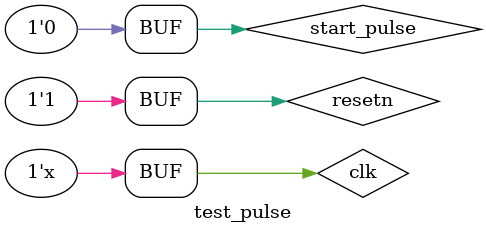
<source format=v>
module test_pulse();

reg clk;
reg resetn;

initial begin
    clk = 1'b0;
    resetn = 1'b0;
    #20;
    resetn = 1'b1;
end
always #5 clk=~clk;

wire mem_read_pulse;
wire mem_write_pulse;
wire operate_pulse;

reg mem_reply;
reg operate_reply;
reg start_pulse;

pulse t_pulse(
    .clk (clk),
    .resetn (resetn),

    .mem_read_pulse (mem_read_pulse),
    .mem_write_pulse (mem_write_pulse),
    .mem_reply (mem_reply),

    .operate_pulse (operate_pulse),
    .operate_reply (operate_reply),

    .start_pulse (start_pulse)
);

initial begin
    mem_reply <= 1'b0;
    operate_reply <= 1'b0;
    start_pulse <= 1'b0;

    #55;
    start_pulse <= 1'b1;
    #10;
    start_pulse <= 1'b0;
end

always @(posedge clk) begin
    if (mem_reply) begin
        mem_reply <= 1'b0;
    end else if (mem_read_pulse || mem_write_pulse) begin
        #20 mem_reply <= 1'b1;
    end
end

always @(posedge clk) begin
    if (operate_reply) begin
        operate_reply <= 1'b0;
    end else if (operate_pulse) begin
        #20 operate_reply <= 1'b1;
    end
end

endmodule
</source>
